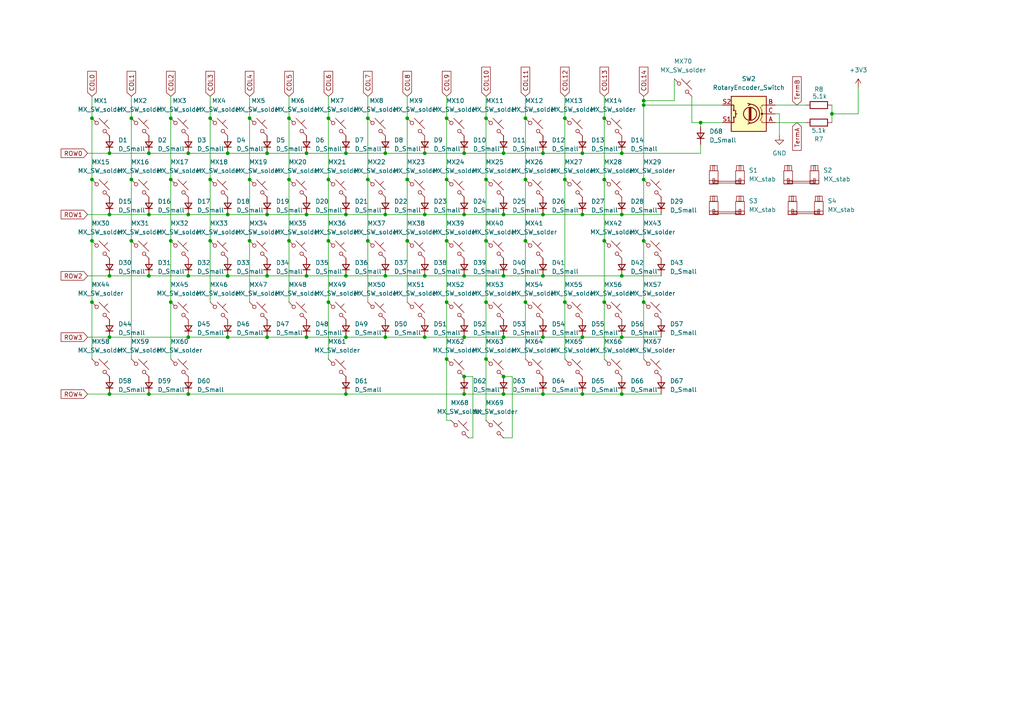
<source format=kicad_sch>
(kicad_sch (version 20231120) (generator "eeschema") (generator_version "8.0")
  (paper "A4")
  (junction (at 106.68 69.85))
  (junction (at 31.75 97.79))
  (junction (at 100.33 114.3))
  (junction (at 180.34 80.01))
  (junction (at 129.54 87.63))
  (junction (at 129.54 34.29))
  (junction (at 140.97 52.07))
  (junction (at 38.1 52.07))
  (junction (at 203.2 35.56))
  (junction (at 100.33 62.23))
  (junction (at 146.05 97.79))
  (junction (at 163.83 52.07))
  (junction (at 241.3 33.02))
  (junction (at 111.76 80.01))
  (junction (at 77.47 44.45))
  (junction (at 31.75 62.23))
  (junction (at 77.47 80.01))
  (junction (at 134.62 114.3))
  (junction (at 134.62 62.23))
  (junction (at 43.18 62.23))
  (junction (at 72.39 69.85))
  (junction (at 31.75 114.3))
  (junction (at 49.53 34.29))
  (junction (at 100.33 97.79))
  (junction (at 43.18 114.3))
  (junction (at 186.69 87.63))
  (junction (at 60.96 69.85))
  (junction (at 49.53 52.07))
  (junction (at 26.67 87.63))
  (junction (at 54.61 114.3))
  (junction (at 134.62 44.45))
  (junction (at 186.69 52.07))
  (junction (at 66.04 62.23))
  (junction (at 186.69 69.85))
  (junction (at 180.34 97.79))
  (junction (at 168.91 97.79))
  (junction (at 26.67 69.85))
  (junction (at 38.1 34.29))
  (junction (at 54.61 97.79))
  (junction (at 175.26 34.29))
  (junction (at 95.25 69.85))
  (junction (at 168.91 114.3))
  (junction (at 66.04 80.01))
  (junction (at 83.82 34.29))
  (junction (at 123.19 62.23))
  (junction (at 134.62 80.01))
  (junction (at 152.4 69.85))
  (junction (at 72.39 52.07))
  (junction (at 38.1 69.85))
  (junction (at 95.25 52.07))
  (junction (at 163.83 34.29))
  (junction (at 49.53 69.85))
  (junction (at 88.9 44.45))
  (junction (at 88.9 62.23))
  (junction (at 180.34 62.23))
  (junction (at 95.25 87.63))
  (junction (at 146.05 62.23))
  (junction (at 186.69 29.21))
  (junction (at 60.96 52.07))
  (junction (at 140.97 69.85))
  (junction (at 31.75 80.01))
  (junction (at 157.48 114.3))
  (junction (at 168.91 44.45))
  (junction (at 140.97 34.29))
  (junction (at 168.91 62.23))
  (junction (at 163.83 87.63))
  (junction (at 118.11 34.29))
  (junction (at 100.33 44.45))
  (junction (at 175.26 87.63))
  (junction (at 54.61 44.45))
  (junction (at 43.18 80.01))
  (junction (at 152.4 87.63))
  (junction (at 175.26 52.07))
  (junction (at 66.04 44.45))
  (junction (at 77.47 97.79))
  (junction (at 129.54 69.85))
  (junction (at 157.48 80.01))
  (junction (at 123.19 97.79))
  (junction (at 146.05 80.01))
  (junction (at 186.69 30.48))
  (junction (at 111.76 44.45))
  (junction (at 118.11 52.07))
  (junction (at 146.05 44.45))
  (junction (at 175.26 69.85))
  (junction (at 123.19 44.45))
  (junction (at 123.19 80.01))
  (junction (at 140.97 87.63))
  (junction (at 152.4 34.29))
  (junction (at 60.96 34.29))
  (junction (at 54.61 80.01))
  (junction (at 134.62 109.22))
  (junction (at 157.48 44.45))
  (junction (at 43.18 44.45))
  (junction (at 66.04 97.79))
  (junction (at 106.68 34.29))
  (junction (at 54.61 62.23))
  (junction (at 88.9 80.01))
  (junction (at 146.05 109.22))
  (junction (at 72.39 34.29))
  (junction (at 180.34 44.45))
  (junction (at 129.54 52.07))
  (junction (at 152.4 52.07))
  (junction (at 95.25 34.29))
  (junction (at 134.62 97.79))
  (junction (at 83.82 52.07))
  (junction (at 88.9 97.79))
  (junction (at 111.76 97.79))
  (junction (at 118.11 69.85))
  (junction (at 100.33 80.01))
  (junction (at 157.48 97.79))
  (junction (at 83.82 69.85))
  (junction (at 129.54 104.14))
  (junction (at 77.47 62.23))
  (junction (at 140.97 104.14))
  (junction (at 49.53 87.63))
  (junction (at 157.48 62.23))
  (junction (at 111.76 62.23))
  (junction (at 146.05 114.3))
  (junction (at 26.67 52.07))
  (junction (at 180.34 114.3))
  (junction (at 26.67 34.29))
  (junction (at 31.75 44.45))
  (junction (at 106.68 52.07))
  (wire (pts (xy 111.76 80.01) (xy 123.19 80.01)))
  (wire (pts (xy 157.48 80.01) (xy 180.34 80.01)))
  (wire (pts (xy 186.69 69.85) (xy 186.69 87.63)))
  (wire (pts (xy 26.67 69.85) (xy 26.67 87.63)))
  (wire (pts (xy 157.48 114.3) (xy 168.91 114.3)))
  (wire (pts (xy 163.83 87.63) (xy 163.83 104.14)))
  (wire (pts (xy 26.67 34.29) (xy 26.67 52.07)))
  (wire (pts (xy 118.11 34.29) (xy 118.11 52.07)))
  (wire (pts (xy 31.75 97.79) (xy 54.61 97.79)))
  (wire (pts (xy 123.19 80.01) (xy 134.62 80.01)))
  (wire (pts (xy 134.62 114.3) (xy 146.05 114.3)))
  (wire (pts (xy 38.1 34.29) (xy 38.1 52.07)))
  (wire (pts (xy 25.4 97.79) (xy 31.75 97.79)))
  (wire (pts (xy 157.48 62.23) (xy 168.91 62.23)))
  (wire (pts (xy 130.81 121.92) (xy 129.54 121.92)))
  (wire (pts (xy 186.69 52.07) (xy 186.69 69.85)))
  (wire (pts (xy 186.69 87.63) (xy 186.69 104.14)))
  (wire (pts (xy 134.62 44.45) (xy 146.05 44.45)))
  (wire (pts (xy 83.82 52.07) (xy 83.82 69.85)))
  (wire (pts (xy 95.25 34.29) (xy 95.25 52.07)))
  (wire (pts (xy 203.2 41.91) (xy 203.2 44.45)))
  (wire (pts (xy 209.55 30.48) (xy 186.69 30.48)))
  (wire (pts (xy 25.4 62.23) (xy 31.75 62.23)))
  (wire (pts (xy 100.33 44.45) (xy 111.76 44.45)))
  (wire (pts (xy 111.76 97.79) (xy 123.19 97.79)))
  (wire (pts (xy 180.34 62.23) (xy 191.77 62.23)))
  (wire (pts (xy 175.26 34.29) (xy 175.26 52.07)))
  (wire (pts (xy 140.97 104.14) (xy 140.97 121.92)))
  (wire (pts (xy 60.96 69.85) (xy 60.96 87.63)))
  (wire (pts (xy 203.2 35.56) (xy 203.2 36.83)))
  (wire (pts (xy 66.04 97.79) (xy 77.47 97.79)))
  (wire (pts (xy 134.62 62.23) (xy 146.05 62.23)))
  (wire (pts (xy 140.97 52.07) (xy 140.97 69.85)))
  (wire (pts (xy 54.61 114.3) (xy 100.33 114.3)))
  (wire (pts (xy 248.92 25.4) (xy 248.92 33.02)))
  (wire (pts (xy 180.34 80.01) (xy 191.77 80.01)))
  (wire (pts (xy 66.04 62.23) (xy 77.47 62.23)))
  (wire (pts (xy 180.34 114.3) (xy 191.77 114.3)))
  (wire (pts (xy 157.48 44.45) (xy 168.91 44.45)))
  (wire (pts (xy 49.53 34.29) (xy 49.53 52.07)))
  (wire (pts (xy 180.34 97.79) (xy 191.77 97.79)))
  (wire (pts (xy 200.66 35.56) (xy 203.2 35.56)))
  (wire (pts (xy 72.39 69.85) (xy 72.39 87.63)))
  (wire (pts (xy 38.1 27.94) (xy 38.1 34.29)))
  (wire (pts (xy 106.68 69.85) (xy 106.68 87.63)))
  (wire (pts (xy 54.61 62.23) (xy 66.04 62.23)))
  (wire (pts (xy 31.75 80.01) (xy 43.18 80.01)))
  (wire (pts (xy 83.82 27.94) (xy 83.82 34.29)))
  (wire (pts (xy 49.53 52.07) (xy 49.53 69.85)))
  (wire (pts (xy 83.82 69.85) (xy 83.82 87.63)))
  (wire (pts (xy 140.97 69.85) (xy 140.97 87.63)))
  (wire (pts (xy 152.4 34.29) (xy 152.4 52.07)))
  (wire (pts (xy 66.04 80.01) (xy 77.47 80.01)))
  (wire (pts (xy 60.96 27.94) (xy 60.96 34.29)))
  (wire (pts (xy 72.39 52.07) (xy 72.39 69.85)))
  (wire (pts (xy 106.68 34.29) (xy 106.68 52.07)))
  (wire (pts (xy 106.68 52.07) (xy 106.68 69.85)))
  (wire (pts (xy 152.4 69.85) (xy 152.4 87.63)))
  (wire (pts (xy 38.1 52.07) (xy 38.1 69.85)))
  (wire (pts (xy 241.3 35.56) (xy 241.3 33.02)))
  (wire (pts (xy 54.61 97.79) (xy 66.04 97.79)))
  (wire (pts (xy 140.97 27.94) (xy 140.97 34.29)))
  (wire (pts (xy 186.69 29.21) (xy 186.69 30.48)))
  (wire (pts (xy 123.19 97.79) (xy 134.62 97.79)))
  (wire (pts (xy 140.97 34.29) (xy 140.97 52.07)))
  (wire (pts (xy 137.16 109.22) (xy 137.16 127)))
  (wire (pts (xy 195.58 29.21) (xy 195.58 22.86)))
  (wire (pts (xy 31.75 44.45) (xy 43.18 44.45)))
  (wire (pts (xy 25.4 114.3) (xy 31.75 114.3)))
  (wire (pts (xy 140.97 87.63) (xy 140.97 104.14)))
  (wire (pts (xy 25.4 80.01) (xy 31.75 80.01)))
  (wire (pts (xy 31.75 114.3) (xy 43.18 114.3)))
  (wire (pts (xy 129.54 52.07) (xy 129.54 69.85)))
  (wire (pts (xy 95.25 69.85) (xy 95.25 87.63)))
  (wire (pts (xy 31.75 62.23) (xy 43.18 62.23)))
  (wire (pts (xy 134.62 109.22) (xy 137.16 109.22)))
  (wire (pts (xy 203.2 44.45) (xy 180.34 44.45)))
  (wire (pts (xy 43.18 80.01) (xy 54.61 80.01)))
  (wire (pts (xy 146.05 97.79) (xy 157.48 97.79)))
  (wire (pts (xy 152.4 87.63) (xy 152.4 104.14)))
  (wire (pts (xy 168.91 44.45) (xy 180.34 44.45)))
  (wire (pts (xy 129.54 69.85) (xy 129.54 87.63)))
  (wire (pts (xy 88.9 44.45) (xy 100.33 44.45)))
  (wire (pts (xy 168.91 114.3) (xy 180.34 114.3)))
  (wire (pts (xy 66.04 44.45) (xy 77.47 44.45)))
  (wire (pts (xy 146.05 114.3) (xy 157.48 114.3)))
  (wire (pts (xy 163.83 34.29) (xy 163.83 52.07)))
  (wire (pts (xy 163.83 27.94) (xy 163.83 34.29)))
  (wire (pts (xy 95.25 52.07) (xy 95.25 69.85)))
  (wire (pts (xy 49.53 87.63) (xy 49.53 104.14)))
  (wire (pts (xy 54.61 80.01) (xy 66.04 80.01)))
  (wire (pts (xy 129.54 87.63) (xy 129.54 104.14)))
  (wire (pts (xy 129.54 27.94) (xy 129.54 34.29)))
  (wire (pts (xy 118.11 69.85) (xy 118.11 87.63)))
  (wire (pts (xy 134.62 97.79) (xy 146.05 97.79)))
  (wire (pts (xy 152.4 52.07) (xy 152.4 69.85)))
  (wire (pts (xy 26.67 52.07) (xy 26.67 69.85)))
  (wire (pts (xy 72.39 34.29) (xy 72.39 52.07)))
  (wire (pts (xy 88.9 97.79) (xy 100.33 97.79)))
  (wire (pts (xy 146.05 80.01) (xy 157.48 80.01)))
  (wire (pts (xy 100.33 97.79) (xy 111.76 97.79)))
  (wire (pts (xy 88.9 80.01) (xy 100.33 80.01)))
  (wire (pts (xy 123.19 62.23) (xy 134.62 62.23)))
  (wire (pts (xy 26.67 27.94) (xy 26.67 34.29)))
  (wire (pts (xy 148.59 109.22) (xy 148.59 127)))
  (wire (pts (xy 224.79 35.56) (xy 233.68 35.56)))
  (wire (pts (xy 226.06 33.02) (xy 224.79 33.02)))
  (wire (pts (xy 38.1 69.85) (xy 38.1 104.14)))
  (wire (pts (xy 175.26 69.85) (xy 175.26 87.63)))
  (wire (pts (xy 26.67 87.63) (xy 26.67 104.14)))
  (wire (pts (xy 118.11 52.07) (xy 118.11 69.85)))
  (wire (pts (xy 111.76 62.23) (xy 123.19 62.23)))
  (wire (pts (xy 226.06 39.37) (xy 226.06 33.02)))
  (wire (pts (xy 186.69 30.48) (xy 186.69 52.07)))
  (wire (pts (xy 224.79 30.48) (xy 233.68 30.48)))
  (wire (pts (xy 88.9 62.23) (xy 100.33 62.23)))
  (wire (pts (xy 25.4 44.45) (xy 31.75 44.45)))
  (wire (pts (xy 77.47 80.01) (xy 88.9 80.01)))
  (wire (pts (xy 43.18 62.23) (xy 54.61 62.23)))
  (wire (pts (xy 168.91 62.23) (xy 180.34 62.23)))
  (wire (pts (xy 54.61 44.45) (xy 66.04 44.45)))
  (wire (pts (xy 83.82 34.29) (xy 83.82 52.07)))
  (wire (pts (xy 148.59 127) (xy 146.05 127)))
  (wire (pts (xy 163.83 52.07) (xy 163.83 87.63)))
  (wire (pts (xy 100.33 80.01) (xy 111.76 80.01)))
  (wire (pts (xy 175.26 27.94) (xy 175.26 34.29)))
  (wire (pts (xy 146.05 109.22) (xy 148.59 109.22)))
  (wire (pts (xy 106.68 27.94) (xy 106.68 34.29)))
  (wire (pts (xy 152.4 27.94) (xy 152.4 34.29)))
  (wire (pts (xy 137.16 127) (xy 135.89 127)))
  (wire (pts (xy 43.18 114.3) (xy 54.61 114.3)))
  (wire (pts (xy 175.26 87.63) (xy 175.26 104.14)))
  (wire (pts (xy 43.18 44.45) (xy 54.61 44.45)))
  (wire (pts (xy 95.25 87.63) (xy 95.25 104.14)))
  (wire (pts (xy 95.25 27.94) (xy 95.25 34.29)))
  (wire (pts (xy 123.19 44.45) (xy 134.62 44.45)))
  (wire (pts (xy 129.54 34.29) (xy 129.54 52.07)))
  (wire (pts (xy 60.96 52.07) (xy 60.96 69.85)))
  (wire (pts (xy 175.26 52.07) (xy 175.26 69.85)))
  (wire (pts (xy 118.11 27.94) (xy 118.11 34.29)))
  (wire (pts (xy 209.55 35.56) (xy 203.2 35.56)))
  (wire (pts (xy 100.33 114.3) (xy 134.62 114.3)))
  (wire (pts (xy 49.53 69.85) (xy 49.53 87.63)))
  (wire (pts (xy 100.33 62.23) (xy 111.76 62.23)))
  (wire (pts (xy 72.39 27.94) (xy 72.39 34.29)))
  (wire (pts (xy 241.3 33.02) (xy 241.3 30.48)))
  (wire (pts (xy 168.91 97.79) (xy 180.34 97.79)))
  (wire (pts (xy 134.62 80.01) (xy 146.05 80.01)))
  (wire (pts (xy 200.66 27.94) (xy 200.66 35.56)))
  (wire (pts (xy 146.05 44.45) (xy 157.48 44.45)))
  (wire (pts (xy 157.48 97.79) (xy 168.91 97.79)))
  (wire (pts (xy 186.69 29.21) (xy 195.58 29.21)))
  (wire (pts (xy 186.69 27.94) (xy 186.69 29.21)))
  (wire (pts (xy 248.92 33.02) (xy 241.3 33.02)))
  (wire (pts (xy 60.96 34.29) (xy 60.96 52.07)))
  (wire (pts (xy 77.47 97.79) (xy 88.9 97.79)))
  (wire (pts (xy 49.53 27.94) (xy 49.53 34.29)))
  (wire (pts (xy 77.47 44.45) (xy 88.9 44.45)))
  (wire (pts (xy 77.47 62.23) (xy 88.9 62.23)))
  (wire (pts (xy 146.05 62.23) (xy 157.48 62.23)))
  (wire (pts (xy 129.54 121.92) (xy 129.54 104.14)))
  (wire (pts (xy 111.76 44.45) (xy 123.19 44.45)))
  (global_label "COL3" (shape input) (at 60.96 27.94 90) (property "Intersheetrefs" "${INTERSHEET_REFS}" (effects (hide yes))))
  (global_label "COL1" (shape input) (at 38.1 27.94 90) (property "Intersheetrefs" "${INTERSHEET_REFS}" (effects (hide yes))))
  (global_label "COL7" (shape input) (at 106.68 27.94 90) (property "Intersheetrefs" "${INTERSHEET_REFS}" (effects (hide yes))))
  (global_label "COL10" (shape input) (at 140.97 27.94 90) (property "Intersheetrefs" "${INTERSHEET_REFS}" (effects (hide yes))))
  (global_label "ROW0" (shape input) (at 25.4 44.45 180) (property "Intersheetrefs" "${INTERSHEET_REFS}" (effects (hide yes))))
  (global_label "COL0" (shape input) (at 26.67 27.94 90) (property "Intersheetrefs" "${INTERSHEET_REFS}" (effects (hide yes))))
  (global_label "COL4" (shape input) (at 72.39 27.94 90) (property "Intersheetrefs" "${INTERSHEET_REFS}" (effects (hide yes))))
  (global_label "COL12" (shape input) (at 163.83 27.94 90) (property "Intersheetrefs" "${INTERSHEET_REFS}" (effects (hide yes))))
  (global_label "COL6" (shape input) (at 95.25 27.94 90) (property "Intersheetrefs" "${INTERSHEET_REFS}" (effects (hide yes))))
  (global_label "COL2" (shape input) (at 49.53 27.94 90) (property "Intersheetrefs" "${INTERSHEET_REFS}" (effects (hide yes))))
  (global_label "ROW2" (shape input) (at 25.4 80.01 180) (property "Intersheetrefs" "${INTERSHEET_REFS}" (effects (hide yes))))
  (global_label "TermB" (shape input) (at 231.14 30.48 90) (property "Intersheetrefs" "${INTERSHEET_REFS}" (effects (hide yes))))
  (global_label "COL9" (shape input) (at 129.54 27.94 90) (property "Intersheetrefs" "${INTERSHEET_REFS}" (effects (hide yes))))
  (global_label "COL11" (shape input) (at 152.4 27.94 90) (property "Intersheetrefs" "${INTERSHEET_REFS}" (effects (hide yes))))
  (global_label "ROW4" (shape input) (at 25.4 114.3 180) (property "Intersheetrefs" "${INTERSHEET_REFS}" (effects (hide yes))))
  (global_label "ROW1" (shape input) (at 25.4 62.23 180) (property "Intersheetrefs" "${INTERSHEET_REFS}" (effects (hide yes))))
  (global_label "ROW3" (shape input) (at 25.4 97.79 180) (property "Intersheetrefs" "${INTERSHEET_REFS}" (effects (hide yes))))
  (global_label "TermA" (shape input) (at 231.14 35.56 270) (property "Intersheetrefs" "${INTERSHEET_REFS}" (effects (hide yes))))
  (global_label "COL8" (shape input) (at 118.11 27.94 90) (property "Intersheetrefs" "${INTERSHEET_REFS}" (effects (hide yes))))
  (global_label "COL5" (shape input) (at 83.82 27.94 90) (property "Intersheetrefs" "${INTERSHEET_REFS}" (effects (hide yes))))
  (global_label "COL14" (shape input) (at 186.69 27.94 90) (property "Intersheetrefs" "${INTERSHEET_REFS}" (effects (hide yes))))
  (global_label "COL13" (shape input) (at 175.26 27.94 90) (property "Intersheetrefs" "${INTERSHEET_REFS}" (effects (hide yes))))
  (symbol (lib_id "Device:D_Small") (at 54.61 77.47 90) (unit 1)
    (property "Reference" "D32" (at 57.15 76.1999 90) (effects (justify right)))
    (property "Value" "D_Small" (at 57.15 78.7399 90) (effects (justify right)))
    (property "Footprint" "Diode_SMD:D_SOD-123" (effects (hide yes)))
    (property "Description" "Diode, small symbol" (effects (hide yes)))
    (property "Sim.Device" "D" (effects (hide yes)))
    (property "Sim.Pins" "1=K 2=A" (effects (hide yes)))
  )
  (symbol (lib_id "PCM_marbastlib-mx:MX_SW_solder") (at 189.23 54.61 0) (unit 1)
    (property "Reference" "MX29" (at 189.23 46.99 0))
    (property "Value" "MX_SW_solder" (at 189.23 49.53 0))
    (property "Footprint" "PCM_marbastlib-mx:SW_MX_1u" (effects (hide yes)))
    (property "Description" "Push button switch, normally open, two pins, 45° tilted" (effects (hide yes)))
  )
  (symbol (lib_id "Device:D_Small") (at 111.76 95.25 90) (unit 1)
    (property "Reference" "D50" (at 114.3 93.9799 90) (effects (justify right)))
    (property "Value" "D_Small" (at 114.3 96.5199 90) (effects (justify right)))
    (property "Footprint" "Diode_SMD:D_SOD-123" (effects (hide yes)))
    (property "Description" "Diode, small symbol" (effects (hide yes)))
    (property "Sim.Device" "D" (effects (hide yes)))
    (property "Sim.Pins" "1=K 2=A" (effects (hide yes)))
  )
  (symbol (lib_id "Device:D_Small") (at 134.62 95.25 90) (unit 1)
    (property "Reference" "D52" (at 137.16 93.9799 90) (effects (justify right)))
    (property "Value" "D_Small" (at 137.16 96.5199 90) (effects (justify right)))
    (property "Footprint" "Diode_SMD:D_SOD-123" (effects (hide yes)))
    (property "Description" "Diode, small symbol" (effects (hide yes)))
    (property "Sim.Device" "D" (effects (hide yes)))
    (property "Sim.Pins" "1=K 2=A" (effects (hide yes)))
  )
  (symbol (lib_id "Device:D_Small") (at 31.75 59.69 90) (unit 1)
    (property "Reference" "D15" (at 34.29 58.4199 90) (effects (justify right)))
    (property "Value" "D_Small" (at 34.29 60.9599 90) (effects (justify right)))
    (property "Footprint" "Diode_SMD:D_SOD-123" (effects (hide yes)))
    (property "Description" "Diode, small symbol" (effects (hide yes)))
    (property "Sim.Device" "D" (effects (hide yes)))
    (property "Sim.Pins" "1=K 2=A" (effects (hide yes)))
  )
  (symbol (lib_id "PCM_marbastlib-mx:MX_SW_solder") (at 132.08 54.61 0) (unit 1)
    (property "Reference" "MX24" (at 132.08 46.99 0))
    (property "Value" "MX_SW_solder" (at 132.08 49.53 0))
    (property "Footprint" "PCM_marbastlib-mx:SW_MX_1u" (effects (hide yes)))
    (property "Description" "Push button switch, normally open, two pins, 45° tilted" (effects (hide yes)))
  )
  (symbol (lib_id "PCM_marbastlib-mx:MX_SW_solder") (at 74.93 54.61 0) (unit 1)
    (property "Reference" "MX19" (at 74.93 46.99 0))
    (property "Value" "MX_SW_solder" (at 74.93 49.53 0))
    (property "Footprint" "PCM_marbastlib-mx:SW_MX_1u" (effects (hide yes)))
    (property "Description" "Push button switch, normally open, two pins, 45° tilted" (effects (hide yes)))
  )
  (symbol (lib_id "PCM_marbastlib-mx:MX_SW_solder") (at 143.51 106.68 0) (unit 1)
    (property "Reference" "MX63" (at 143.51 99.06 0))
    (property "Value" "MX_SW_solder" (at 143.51 101.6 0))
    (property "Footprint" "PCM_marbastlib-mx:SW_MX_1u" (effects (hide yes)))
    (property "Description" "Push button switch, normally open, two pins, 45° tilted" (effects (hide yes)))
  )
  (symbol (lib_id "PCM_marbastlib-mx:MX_SW_solder") (at 63.5 36.83 0) (unit 1)
    (property "Reference" "MX4" (at 63.5 29.21 0))
    (property "Value" "MX_SW_solder" (at 63.5 31.75 0))
    (property "Footprint" "PCM_marbastlib-mx:SW_MX_1u" (effects (hide yes)))
    (property "Description" "Push button switch, normally open, two pins, 45° tilted" (effects (hide yes)))
  )
  (symbol (lib_id "PCM_marbastlib-mx:MX_SW_solder") (at 97.79 106.68 0) (unit 1)
    (property "Reference" "MX61" (at 97.79 99.06 0))
    (property "Value" "MX_SW_solder" (at 97.79 101.6 0))
    (property "Footprint" "PCM_marbastlib-mx:SW_MX_1u" (effects (hide yes)))
    (property "Description" "Push button switch, normally open, two pins, 45° tilted" (effects (hide yes)))
  )
  (symbol (lib_id "Device:D_Small") (at 100.33 95.25 90) (unit 1)
    (property "Reference" "D49" (at 102.87 93.9799 90) (effects (justify right)))
    (property "Value" "D_Small" (at 102.87 96.5199 90) (effects (justify right)))
    (property "Footprint" "Diode_SMD:D_SOD-123" (effects (hide yes)))
    (property "Description" "Diode, small symbol" (effects (hide yes)))
    (property "Sim.Device" "D" (effects (hide yes)))
    (property "Sim.Pins" "1=K 2=A" (effects (hide yes)))
  )
  (symbol (lib_id "PCM_marbastlib-mx:MX_SW_solder") (at 143.51 54.61 0) (unit 1)
    (property "Reference" "MX25" (at 143.51 46.99 0))
    (property "Value" "MX_SW_solder" (at 143.51 49.53 0))
    (property "Footprint" "PCM_marbastlib-mx:SW_MX_1u" (effects (hide yes)))
    (property "Description" "Push button switch, normally open, two pins, 45° tilted" (effects (hide yes)))
  )
  (symbol (lib_id "PCM_marbastlib-mx:MX_SW_solder") (at 143.51 36.83 0) (unit 1)
    (property "Reference" "MX11" (at 143.51 29.21 0))
    (property "Value" "MX_SW_solder" (at 143.51 31.75 0))
    (property "Footprint" "PCM_marbastlib-mx:SW_MX_1u" (effects (hide yes)))
    (property "Description" "Push button switch, normally open, two pins, 45° tilted" (effects (hide yes)))
  )
  (symbol (lib_id "PCM_marbastlib-mx:MX_SW_solder") (at 132.08 72.39 0) (unit 1)
    (property "Reference" "MX39" (at 132.08 64.77 0))
    (property "Value" "MX_SW_solder" (at 132.08 67.31 0))
    (property "Footprint" "PCM_marbastlib-mx:SW_MX_1u" (effects (hide yes)))
    (property "Description" "Push button switch, normally open, two pins, 45° tilted" (effects (hide yes)))
  )
  (symbol (lib_id "Device:D_Small") (at 123.19 95.25 90) (unit 1)
    (property "Reference" "D51" (at 125.73 93.9799 90) (effects (justify right)))
    (property "Value" "D_Small" (at 125.73 96.5199 90) (effects (justify right)))
    (property "Footprint" "Diode_SMD:D_SOD-123" (effects (hide yes)))
    (property "Description" "Diode, small symbol" (effects (hide yes)))
    (property "Sim.Device" "D" (effects (hide yes)))
    (property "Sim.Pins" "1=K 2=A" (effects (hide yes)))
  )
  (symbol (lib_id "PCM_marbastlib-mx:MX_SW_solder") (at 132.08 36.83 0) (unit 1)
    (property "Reference" "MX10" (at 132.08 29.21 0))
    (property "Value" "MX_SW_solder" (at 132.08 31.75 0))
    (property "Footprint" "PCM_marbastlib-mx:SW_MX_1u" (effects (hide yes)))
    (property "Description" "Push button switch, normally open, two pins, 45° tilted" (effects (hide yes)))
  )
  (symbol (lib_id "Device:D_Small") (at 88.9 77.47 90) (unit 1)
    (property "Reference" "D35" (at 91.44 76.1999 90) (effects (justify right)))
    (property "Value" "D_Small" (at 91.44 78.7399 90) (effects (justify right)))
    (property "Footprint" "Diode_SMD:D_SOD-123" (effects (hide yes)))
    (property "Description" "Diode, small symbol" (effects (hide yes)))
    (property "Sim.Device" "D" (effects (hide yes)))
    (property "Sim.Pins" "1=K 2=A" (effects (hide yes)))
  )
  (symbol (lib_id "PCM_marbastlib-mx:MX_SW_solder") (at 109.22 54.61 0) (unit 1)
    (property "Reference" "MX22" (at 109.22 46.99 0))
    (property "Value" "MX_SW_solder" (at 109.22 49.53 0))
    (property "Footprint" "PCM_marbastlib-mx:SW_MX_1u" (effects (hide yes)))
    (property "Description" "Push button switch, normally open, two pins, 45° tilted" (effects (hide yes)))
  )
  (symbol (lib_id "Device:D_Small") (at 146.05 41.91 90) (unit 1)
    (property "Reference" "D11" (at 148.59 40.6399 90) (effects (justify right)))
    (property "Value" "D_Small" (at 148.59 43.1799 90) (effects (justify right)))
    (property "Footprint" "Diode_SMD:D_SOD-123" (effects (hide yes)))
    (property "Description" "Diode, small symbol" (effects (hide yes)))
    (property "Sim.Device" "D" (effects (hide yes)))
    (property "Sim.Pins" "1=K 2=A" (effects (hide yes)))
  )
  (symbol (lib_id "PCM_marbastlib-mx:MX_SW_solder") (at 177.8 106.68 0) (unit 1)
    (property "Reference" "MX66" (at 177.8 99.06 0))
    (property "Value" "MX_SW_solder" (at 177.8 101.6 0))
    (property "Footprint" "PCM_marbastlib-mx:SW_MX_1u" (effects (hide yes)))
    (property "Description" "Push button switch, normally open, two pins, 45° tilted" (effects (hide yes)))
  )
  (symbol (lib_id "PCM_marbastlib-mx:MX_SW_solder") (at 74.93 36.83 0) (unit 1)
    (property "Reference" "MX5" (at 74.93 29.21 0))
    (property "Value" "MX_SW_solder" (at 74.93 31.75 0))
    (property "Footprint" "PCM_marbastlib-mx:SW_MX_1u" (effects (hide yes)))
    (property "Description" "Push button switch, normally open, two pins, 45° tilted" (effects (hide yes)))
  )
  (symbol (lib_id "Device:D_Small") (at 134.62 59.69 90) (unit 1)
    (property "Reference" "D24" (at 137.16 58.4199 90) (effects (justify right)))
    (property "Value" "D_Small" (at 137.16 60.9599 90) (effects (justify right)))
    (property "Footprint" "Diode_SMD:D_SOD-123" (effects (hide yes)))
    (property "Description" "Diode, small symbol" (effects (hide yes)))
    (property "Sim.Device" "D" (effects (hide yes)))
    (property "Sim.Pins" "1=K 2=A" (effects (hide yes)))
  )
  (symbol (lib_id "PCM_marbastlib-mx:MX_SW_solder") (at 29.21 72.39 0) (unit 1)
    (property "Reference" "MX30" (at 29.21 64.77 0))
    (property "Value" "MX_SW_solder" (at 29.21 67.31 0))
    (property "Footprint" "PCM_marbastlib-mx:SW_MX_1.75u" (effects (hide yes)))
    (property "Description" "Push button switch, normally open, two pins, 45° tilted" (effects (hide yes)))
  )
  (symbol (lib_id "Device:D_Small") (at 66.04 59.69 90) (unit 1)
    (property "Reference" "D18" (at 68.58 58.4199 90) (effects (justify right)))
    (property "Value" "D_Small" (at 68.58 60.9599 90) (effects (justify right)))
    (property "Footprint" "Diode_SMD:D_SOD-123" (effects (hide yes)))
    (property "Description" "Diode, small symbol" (effects (hide yes)))
    (property "Sim.Device" "D" (effects (hide yes)))
    (property "Sim.Pins" "1=K 2=A" (effects (hide yes)))
  )
  (symbol (lib_id "PCM_marbastlib-mx:MX_SW_solder") (at 52.07 72.39 0) (unit 1)
    (property "Reference" "MX32" (at 52.07 64.77 0))
    (property "Value" "MX_SW_solder" (at 52.07 67.31 0))
    (property "Footprint" "PCM_marbastlib-mx:SW_MX_1u" (effects (hide yes)))
    (property "Description" "Push button switch, normally open, two pins, 45° tilted" (effects (hide yes)))
  )
  (symbol (lib_id "PCM_marbastlib-mx:MX_SW_solder") (at 132.08 106.68 0) (unit 1)
    (property "Reference" "MX62" (at 132.08 99.06 0))
    (property "Value" "MX_SW_solder" (at 132.08 101.6 0))
    (property "Footprint" "PCM_marbastlib-mx:SW_MX_1u" (effects (hide yes)))
    (property "Description" "Push button switch, normally open, two pins, 45° tilted" (effects (hide yes)))
  )
  (symbol (lib_id "PCM_marbastlib-mx:MX_SW_solder") (at 154.94 90.17 0) (unit 1)
    (property "Reference" "MX54" (at 154.94 82.55 0))
    (property "Value" "MX_SW_solder" (at 154.94 85.09 0))
    (property "Footprint" "PCM_marbastlib-mx:SW_MX_1u" (effects (hide yes)))
    (property "Description" "Push button switch, normally open, two pins, 45° tilted" (effects (hide yes)))
  )
  (symbol (lib_id "PCM_marbastlib-mx:MX_SW_solder") (at 132.08 90.17 0) (unit 1)
    (property "Reference" "MX52" (at 132.08 82.55 0))
    (property "Value" "MX_SW_solder" (at 132.08 85.09 0))
    (property "Footprint" "PCM_marbastlib-mx:SW_MX_1u" (effects (hide yes)))
    (property "Description" "Push button switch, normally open, two pins, 45° tilted" (effects (hide yes)))
  )
  (symbol (lib_id "Device:D_Small") (at 168.91 111.76 90) (unit 1)
    (property "Reference" "D65" (at 171.45 110.4899 90) (effects (justify right)))
    (property "Value" "D_Small" (at 171.45 113.0299 90) (effects (justify right)))
    (property "Footprint" "Diode_SMD:D_SOD-123" (effects (hide yes)))
    (property "Description" "Diode, small symbol" (effects (hide yes)))
    (property "Sim.Device" "D" (effects (hide yes)))
    (property "Sim.Pins" "1=K 2=A" (effects (hide yes)))
  )
  (symbol (lib_id "PCM_marbastlib-mx:MX_SW_solder") (at 177.8 54.61 0) (unit 1)
    (property "Reference" "MX28" (at 177.8 46.99 0))
    (property "Value" "MX_SW_solder" (at 177.8 49.53 0))
    (property "Footprint" "PCM_marbastlib-mx:SW_MX_1.5u" (effects (hide yes)))
    (property "Description" "Push button switch, normally open, two pins, 45° tilted" (effects (hide yes)))
  )
  (symbol (lib_id "PCM_marbastlib-mx:MX_SW_solder") (at 97.79 54.61 0) (unit 1)
    (property "Reference" "MX21" (at 97.79 46.99 0))
    (property "Value" "MX_SW_solder" (at 97.79 49.53 0))
    (property "Footprint" "PCM_marbastlib-mx:SW_MX_1u" (effects (hide yes)))
    (property "Description" "Push button switch, normally open, two pins, 45° tilted" (effects (hide yes)))
  )
  (symbol (lib_id "Device:D_Small") (at 43.18 41.91 90) (unit 1)
    (property "Reference" "D2" (at 45.72 40.6399 90) (effects (justify right)))
    (property "Value" "D_Small" (at 45.72 43.1799 90) (effects (justify right)))
    (property "Footprint" "Diode_SMD:D_SOD-123" (effects (hide yes)))
    (property "Description" "Diode, small symbol" (effects (hide yes)))
    (property "Sim.Device" "D" (effects (hide yes)))
    (property "Sim.Pins" "1=K 2=A" (effects (hide yes)))
  )
  (symbol (lib_id "PCM_marbastlib-mx:MX_SW_solder") (at 74.93 72.39 0) (unit 1)
    (property "Reference" "MX34" (at 74.93 64.77 0))
    (property "Value" "MX_SW_solder" (at 74.93 67.31 0))
    (property "Footprint" "PCM_marbastlib-mx:SW_MX_1u" (effects (hide yes)))
    (property "Description" "Push button switch, normally open, two pins, 45° tilted" (effects (hide yes)))
  )
  (symbol (lib_id "Device:R") (at 237.49 30.48 270) (unit 1)
    (property "Reference" "R8" (at 237.49 25.908 90))
    (property "Value" "5.1k" (at 237.744 27.94 90))
    (property "Footprint" "Resistor_SMD:R_0603_1608Metric_Pad0.98x0.95mm_HandSolder" (effects (hide yes)))
    (property "Description" "Resistor" (effects (hide yes)))
  )
  (symbol (lib_id "PCM_marbastlib-mx:MX_SW_solder") (at 63.5 90.17 0) (unit 1)
    (property "Reference" "MX46" (at 63.5 82.55 0))
    (property "Value" "MX_SW_solder" (at 63.5 85.09 0))
    (property "Footprint" "PCM_marbastlib-mx:SW_MX_1u" (effects (hide yes)))
    (property "Description" "Push button switch, normally open, two pins, 45° tilted" (effects (hide yes)))
  )
  (symbol (lib_id "Device:D_Small") (at 123.19 59.69 90) (unit 1)
    (property "Reference" "D23" (at 125.73 58.4199 90) (effects (justify right)))
    (property "Value" "D_Small" (at 125.73 60.9599 90) (effects (justify right)))
    (property "Footprint" "Diode_SMD:D_SOD-123" (effects (hide yes)))
    (property "Description" "Diode, small symbol" (effects (hide yes)))
    (property "Sim.Device" "D" (effects (hide yes)))
    (property "Sim.Pins" "1=K 2=A" (effects (hide yes)))
  )
  (symbol (lib_id "PCM_marbastlib-mx:MX_SW_solder") (at 198.12 25.4 0) (unit 1)
    (property "Reference" "MX70" (at 198.12 17.78 0))
    (property "Value" "MX_SW_solder" (at 198.12 20.32 0))
    (property "Footprint" "PCM_marbastlib-mx:SW_MX_1u" (effects (hide yes)))
    (property "Description" "Push button switch, normally open, two pins, 45° tilted" (effects (hide yes)))
  )
  (symbol (lib_id "Device:D_Small") (at 54.61 111.76 90) (unit 1)
    (property "Reference" "D60" (at 57.15 110.4899 90) (effects (justify right)))
    (property "Value" "D_Small" (at 57.15 113.0299 90) (effects (justify right)))
    (property "Footprint" "Diode_SMD:D_SOD-123" (effects (hide yes)))
    (property "Description" "Diode, small symbol" (effects (hide yes)))
    (property "Sim.Device" "D" (effects (hide yes)))
    (property "Sim.Pins" "1=K 2=A" (effects (hide yes)))
  )
  (symbol (lib_id "Device:D_Small") (at 180.34 111.76 90) (unit 1)
    (property "Reference" "D66" (at 182.88 110.4899 90) (effects (justify right)))
    (property "Value" "D_Small" (at 182.88 113.0299 90) (effects (justify right)))
    (property "Footprint" "Diode_SMD:D_SOD-123" (effects (hide yes)))
    (property "Description" "Diode, small symbol" (effects (hide yes)))
    (property "Sim.Device" "D" (effects (hide yes)))
    (property "Sim.Pins" "1=K 2=A" (effects (hide yes)))
  )
  (symbol (lib_id "PCM_marbastlib-mx:MX_stab") (at 232.41 50.8 0) (unit 1)
    (property "Reference" "S2" (at 238.76 49.4029 0) (effects (justify left)))
    (property "Value" "MX_stab" (at 238.76 51.9429 0) (effects (justify left)))
    (property "Footprint" "PCM_marbastlib-mx:STAB_MX_2.25u" (effects (hide yes)))
    (property "Description" "Cherry MX-style stabilizer" (effects (hide yes)))
  )
  (symbol (lib_id "PCM_marbastlib-mx:MX_SW_solder") (at 109.22 90.17 0) (unit 1)
    (property "Reference" "MX50" (at 109.22 82.55 0))
    (property "Value" "MX_SW_solder" (at 109.22 85.09 0))
    (property "Footprint" "PCM_marbastlib-mx:SW_MX_1u" (effects (hide yes)))
    (property "Description" "Push button switch, normally open, two pins, 45° tilted" (effects (hide yes)))
  )
  (symbol (lib_id "Device:D_Small") (at 191.77 111.76 90) (unit 1)
    (property "Reference" "D67" (at 194.31 110.4899 90) (effects (justify right)))
    (property "Value" "D_Small" (at 194.31 113.0299 90) (effects (justify right)))
    (property "Footprint" "Diode_SMD:D_SOD-123" (effects (hide yes)))
    (property "Description" "Diode, small symbol" (effects (hide yes)))
    (property "Sim.Device" "D" (effects (hide yes)))
    (property "Sim.Pins" "1=K 2=A" (effects (hide yes)))
  )
  (symbol (lib_id "Device:D_Small") (at 54.61 59.69 90) (unit 1)
    (property "Reference" "D17" (at 57.15 58.4199 90) (effects (justify right)))
    (property "Value" "D_Small" (at 57.15 60.9599 90) (effects (justify right)))
    (property "Footprint" "Diode_SMD:D_SOD-123" (effects (hide yes)))
    (property "Description" "Diode, small symbol" (effects (hide yes)))
    (property "Sim.Device" "D" (effects (hide yes)))
    (property "Sim.Pins" "1=K 2=A" (effects (hide yes)))
  )
  (symbol (lib_id "PCM_marbastlib-mx:MX_SW_solder") (at 166.37 54.61 0) (unit 1)
    (property "Reference" "MX27" (at 166.37 46.99 0))
    (property "Value" "MX_SW_solder" (at 166.37 49.53 0))
    (property "Footprint" "PCM_marbastlib-mx:SW_MX_1u" (effects (hide yes)))
    (property "Description" "Push button switch, normally open, two pins, 45° tilted" (effects (hide yes)))
  )
  (symbol (lib_id "PCM_marbastlib-mx:MX_SW_solder") (at 63.5 54.61 0) (unit 1)
    (property "Reference" "MX18" (at 63.5 46.99 0))
    (property "Value" "MX_SW_solder" (at 63.5 49.53 0))
    (property "Footprint" "PCM_marbastlib-mx:SW_MX_1u" (effects (hide yes)))
    (property "Description" "Push button switch, normally open, two pins, 45° tilted" (effects (hide yes)))
  )
  (symbol (lib_id "Device:D_Small") (at 54.61 95.25 90) (unit 1)
    (property "Reference" "D45" (at 57.15 93.9799 90) (effects (justify right)))
    (property "Value" "D_Small" (at 57.15 96.5199 90) (effects (justify right)))
    (property "Footprint" "Diode_SMD:D_SOD-123" (effects (hide yes)))
    (property "Description" "Diode, small symbol" (effects (hide yes)))
    (property "Sim.Device" "D" (effects (hide yes)))
    (property "Sim.Pins" "1=K 2=A" (effects (hide yes)))
  )
  (symbol (lib_id "Device:D_Small") (at 134.62 41.91 90) (unit 1)
    (property "Reference" "D10" (at 137.16 40.6399 90) (effects (justify right)))
    (property "Value" "D_Small" (at 137.16 43.1799 90) (effects (justify right)))
    (property "Footprint" "Diode_SMD:D_SOD-123" (effects (hide yes)))
    (property "Description" "Diode, small symbol" (effects (hide yes)))
    (property "Sim.Device" "D" (effects (hide yes)))
    (property "Sim.Pins" "1=K 2=A" (effects (hide yes)))
  )
  (symbol (lib_id "PCM_marbastlib-mx:MX_SW_solder") (at 166.37 36.83 0) (unit 1)
    (property "Reference" "MX13" (at 166.37 29.21 0))
    (property "Value" "MX_SW_solder" (at 166.37 31.75 0))
    (property "Footprint" "PCM_marbastlib-mx:SW_MX_1u" (effects (hide yes)))
    (property "Description" "Push button switch, normally open, two pins, 45° tilted" (effects (hide yes)))
  )
  (symbol (lib_id "Device:D_Small") (at 100.33 77.47 90) (unit 1)
    (property "Reference" "D36" (at 102.87 76.1999 90) (effects (justify right)))
    (property "Value" "D_Small" (at 102.87 78.7399 90) (effects (justify right)))
    (property "Footprint" "Diode_SMD:D_SOD-123" (effects (hide yes)))
    (property "Description" "Diode, small symbol" (effects (hide yes)))
    (property "Sim.Device" "D" (effects (hide yes)))
    (property "Sim.Pins" "1=K 2=A" (effects (hide yes)))
  )
  (symbol (lib_id "Device:D_Small") (at 31.75 95.25 90) (unit 1)
    (property "Reference" "D44" (at 34.29 93.9799 90) (effects (justify right)))
    (property "Value" "D_Small" (at 34.29 96.5199 90) (effects (justify right)))
    (property "Footprint" "Diode_SMD:D_SOD-123" (effects (hide yes)))
    (property "Description" "Diode, small symbol" (effects (hide yes)))
    (property "Sim.Device" "D" (effects (hide yes)))
    (property "Sim.Pins" "1=K 2=A" (effects (hide yes)))
  )
  (symbol (lib_id "Device:D_Small") (at 157.48 95.25 90) (unit 1)
    (property "Reference" "D54" (at 160.02 93.9799 90) (effects (justify right)))
    (property "Value" "D_Small" (at 160.02 96.5199 90) (effects (justify right)))
    (property "Footprint" "Diode_SMD:D_SOD-123" (effects (hide yes)))
    (property "Description" "Diode, small symbol" (effects (hide yes)))
    (property "Sim.Device" "D" (effects (hide yes)))
    (property "Sim.Pins" "1=K 2=A" (effects (hide yes)))
  )
  (symbol (lib_id "PCM_marbastlib-mx:MX_SW_solder") (at 177.8 36.83 0) (unit 1)
    (property "Reference" "MX14" (at 177.8 29.21 0))
    (property "Value" "MX_SW_solder" (at 177.8 31.75 0))
    (property "Footprint" "PCM_marbastlib-mx:SW_MX_1u" (effects (hide yes)))
    (property "Description" "Push button switch, normally open, two pins, 45° tilted" (effects (hide yes)))
  )
  (symbol (lib_id "Device:D_Small") (at 180.34 59.69 90) (unit 1)
    (property "Reference" "D28" (at 182.88 58.4199 90) (effects (justify right)))
    (property "Value" "D_Small" (at 182.88 60.9599 90) (effects (justify right)))
    (property "Footprint" "Diode_SMD:D_SOD-123" (effects (hide yes)))
    (property "Description" "Diode, small symbol" (effects (hide yes)))
    (property "Sim.Device" "D" (effects (hide yes)))
    (property "Sim.Pins" "1=K 2=A" (effects (hide yes)))
  )
  (symbol (lib_id "Device:D_Small") (at 77.47 95.25 90) (unit 1)
    (property "Reference" "D47" (at 80.01 93.9799 90) (effects (justify right)))
    (property "Value" "D_Small" (at 80.01 96.5199 90) (effects (justify right)))
    (property "Footprint" "Diode_SMD:D_SOD-123" (effects (hide yes)))
    (property "Description" "Diode, small symbol" (effects (hide yes)))
    (property "Sim.Device" "D" (effects (hide yes)))
    (property "Sim.Pins" "1=K 2=A" (effects (hide yes)))
  )
  (symbol (lib_id "Device:D_Small") (at 134.62 77.47 90) (unit 1)
    (property "Reference" "D39" (at 137.16 76.1999 90) (effects (justify right)))
    (property "Value" "D_Small" (at 137.16 78.7399 90) (effects (justify right)))
    (property "Footprint" "Diode_SMD:D_SOD-123" (effects (hide yes)))
    (property "Description" "Diode, small symbol" (effects (hide yes)))
    (property "Sim.Device" "D" (effects (hide yes)))
    (property "Sim.Pins" "1=K 2=A" (effects (hide yes)))
  )
  (symbol (lib_id "Device:D_Small") (at 157.48 41.91 90) (unit 1)
    (property "Reference" "D12" (at 160.02 40.6399 90) (effects (justify right)))
    (property "Value" "D_Small" (at 160.02 43.1799 90) (effects (justify right)))
    (property "Footprint" "Diode_SMD:D_SOD-123" (effects (hide yes)))
    (property "Description" "Diode, small symbol" (effects (hide yes)))
    (property "Sim.Device" "D" (effects (hide yes)))
    (property "Sim.Pins" "1=K 2=A" (effects (hide yes)))
  )
  (symbol (lib_id "Device:D_Small") (at 134.62 111.76 90) (unit 1)
    (property "Reference" "D62" (at 137.16 110.4899 90) (effects (justify right)))
    (property "Value" "D_Small" (at 137.16 113.0299 90) (effects (justify right)))
    (property "Footprint" "Diode_SMD:D_SOD-123" (effects (hide yes)))
    (property "Description" "Diode, small symbol" (effects (hide yes)))
    (property "Sim.Device" "D" (effects (hide yes)))
    (property "Sim.Pins" "1=K 2=A" (effects (hide yes)))
  )
  (symbol (lib_id "PCM_marbastlib-mx:MX_SW_solder") (at 109.22 36.83 0) (unit 1)
    (property "Reference" "MX8" (at 109.22 29.21 0))
    (property "Value" "MX_SW_solder" (at 109.22 31.75 0))
    (property "Footprint" "PCM_marbastlib-mx:SW_MX_1u" (effects (hide yes)))
    (property "Description" "Push button switch, normally open, two pins, 45° tilted" (effects (hide yes)))
  )
  (symbol (lib_id "PCM_marbastlib-mx:MX_SW_solder") (at 40.64 72.39 0) (unit 1)
    (property "Reference" "MX31" (at 40.64 64.77 0))
    (property "Value" "MX_SW_solder" (at 40.64 67.31 0))
    (property "Footprint" "PCM_marbastlib-mx:SW_MX_1u" (effects (hide yes)))
    (property "Description" "Push button switch, normally open, two pins, 45° tilted" (effects (hide yes)))
  )
  (symbol (lib_id "Device:D_Small") (at 157.48 111.76 90) (unit 1)
    (property "Reference" "D64" (at 160.02 110.4899 90) (effects (justify right)))
    (property "Value" "D_Small" (at 160.02 113.0299 90) (effects (justify right)))
    (property "Footprint" "Diode_SMD:D_SOD-123" (effects (hide yes)))
    (property "Description" "Diode, small symbol" (effects (hide yes)))
    (property "Sim.Device" "D" (effects (hide yes)))
    (property "Sim.Pins" "1=K 2=A" (effects (hide yes)))
  )
  (symbol (lib_id "PCM_marbastlib-mx:MX_SW_solder") (at 52.07 36.83 0) (unit 1)
    (property "Reference" "MX3" (at 52.07 29.21 0))
    (property "Value" "MX_SW_solder" (at 52.07 31.75 0))
    (property "Footprint" "PCM_marbastlib-mx:SW_MX_1u" (effects (hide yes)))
    (property "Description" "Push button switch, normally open, two pins, 45° tilted" (effects (hide yes)))
  )
  (symbol (lib_id "Device:D_Small") (at 111.76 41.91 90) (unit 1)
    (property "Reference" "D8" (at 114.3 40.6399 90) (effects (justify right)))
    (property "Value" "D_Small" (at 114.3 43.1799 90) (effects (justify right)))
    (property "Footprint" "Diode_SMD:D_SOD-123" (effects (hide yes)))
    (property "Description" "Diode, small symbol" (effects (hide yes)))
    (property "Sim.Device" "D" (effects (hide yes)))
    (property "Sim.Pins" "1=K 2=A" (effects (hide yes)))
  )
  (symbol (lib_id "PCM_marbastlib-mx:MX_SW_solder") (at 189.23 106.68 0) (unit 1)
    (property "Reference" "MX67" (at 189.23 99.06 0))
    (property "Value" "MX_SW_solder" (at 189.23 101.6 0))
    (property "Footprint" "PCM_marbastlib-mx:SW_MX_1u" (effects (hide yes)))
    (property "Description" "Push button switch, normally open, two pins, 45° tilted" (effects (hide yes)))
  )
  (symbol (lib_id "PCM_marbastlib-mx:MX_SW_solder") (at 189.23 90.17 0) (unit 1)
    (property "Reference" "MX57" (at 189.23 82.55 0))
    (property "Value" "MX_SW_solder" (at 189.23 85.09 0))
    (property "Footprint" "PCM_marbastlib-mx:SW_MX_1u" (effects (hide yes)))
    (property "Description" "Push button switch, normally open, two pins, 45° tilted" (effects (hide yes)))
  )
  (symbol (lib_id "PCM_marbastlib-mx:MX_SW_solder") (at 120.65 36.83 0) (unit 1)
    (property "Reference" "MX9" (at 120.65 29.21 0))
    (property "Value" "MX_SW_solder" (at 120.65 31.75 0))
    (property "Footprint" "PCM_marbastlib-mx:SW_MX_1u" (effects (hide yes)))
    (property "Description" "Push button switch, normally open, two pins, 45° tilted" (effects (hide yes)))
  )
  (symbol (lib_id "Device:D_Small") (at 43.18 77.47 90) (unit 1)
    (property "Reference" "D31" (at 45.72 76.1999 90) (effects (justify right)))
    (property "Value" "D_Small" (at 45.72 78.7399 90) (effects (justify right)))
    (property "Footprint" "Diode_SMD:D_SOD-123" (effects (hide yes)))
    (property "Description" "Diode, small symbol" (effects (hide yes)))
    (property "Sim.Device" "D" (effects (hide yes)))
    (property "Sim.Pins" "1=K 2=A" (effects (hide yes)))
  )
  (symbol (lib_id "Device:D_Small") (at 111.76 59.69 90) (unit 1)
    (property "Reference" "D22" (at 114.3 58.4199 90) (effects (justify right)))
    (property "Value" "D_Small" (at 114.3 60.9599 90) (effects (justify right)))
    (property "Footprint" "Diode_SMD:D_SOD-123" (effects (hide yes)))
    (property "Description" "Diode, small symbol" (effects (hide yes)))
    (property "Sim.Device" "D" (effects (hide yes)))
    (property "Sim.Pins" "1=K 2=A" (effects (hide yes)))
  )
  (symbol (lib_id "PCM_marbastlib-mx:MX_SW_solder") (at 86.36 72.39 0) (unit 1)
    (property "Reference" "MX35" (at 86.36 64.77 0))
    (property "Value" "MX_SW_solder" (at 86.36 67.31 0))
    (property "Footprint" "PCM_marbastlib-mx:SW_MX_1u" (effects (hide yes)))
    (property "Description" "Push button switch, normally open, two pins, 45° tilted" (effects (hide yes)))
  )
  (symbol (lib_id "Device:D_Small") (at 157.48 59.69 90) (unit 1)
    (property "Reference" "D26" (at 160.02 58.4199 90) (effects (justify right)))
    (property "Value" "D_Small" (at 160.02 60.9599 90) (effects (justify right)))
    (property "Footprint" "Diode_SMD:D_SOD-123" (effects (hide yes)))
    (property "Description" "Diode, small symbol" (effects (hide yes)))
    (property "Sim.Device" "D" (effects (hide yes)))
    (property "Sim.Pins" "1=K 2=A" (effects (hide yes)))
  )
  (symbol (lib_id "PCM_marbastlib-mx:MX_stab") (at 233.68 59.69 0) (unit 1)
    (property "Reference" "S4" (at 240.03 58.2929 0) (effects (justify left)))
    (property "Value" "MX_stab" (at 240.03 60.8329 0) (effects (justify left)))
    (property "Footprint" "PCM_marbastlib-mx:STAB_MX_2u" (effects (hide yes)))
    (property "Description" "Cherry MX-style stabilizer" (effects (hide yes)))
  )
  (symbol (lib_id "Device:D_Small") (at 43.18 111.76 90) (unit 1)
    (property "Reference" "D59" (at 45.72 110.4899 90) (effects (justify right)))
    (property "Value" "D_Small" (at 45.72 113.0299 90) (effects (justify right)))
    (property "Footprint" "Diode_SMD:D_SOD-123" (effects (hide yes)))
    (property "Description" "Diode, small symbol" (effects (hide yes)))
    (property "Sim.Device" "D" (effects (hide yes)))
    (property "Sim.Pins" "1=K 2=A" (effects (hide yes)))
  )
  (symbol (lib_id "Device:D_Small") (at 100.33 111.76 90) (unit 1)
    (property "Reference" "D61" (at 102.87 110.4899 90) (effects (justify right)))
    (property "Value" "D_Small" (at 102.87 113.0299 90) (effects (justify right)))
    (property "Footprint" "Diode_SMD:D_SOD-123" (effects (hide yes)))
    (property "Description" "Diode, small symbol" (effects (hide yes)))
    (property "Sim.Device" "D" (effects (hide yes)))
    (property "Sim.Pins" "1=K 2=A" (effects (hide yes)))
  )
  (symbol (lib_id "PCM_marbastlib-mx:MX_SW_solder") (at 154.94 54.61 0) (unit 1)
    (property "Reference" "MX26" (at 154.94 46.99 0))
    (property "Value" "MX_SW_solder" (at 154.94 49.53 0))
    (property "Footprint" "PCM_marbastlib-mx:SW_MX_1u" (effects (hide yes)))
    (property "Description" "Push button switch, normally open, two pins, 45° tilted" (effects (hide yes)))
  )
  (symbol (lib_id "PCM_marbastlib-mx:MX_SW_solder") (at 52.07 106.68 0) (unit 1)
    (property "Reference" "MX60" (at 52.07 99.06 0))
    (property "Value" "MX_SW_solder" (at 52.07 101.6 0))
    (property "Footprint" "PCM_marbastlib-mx:SW_MX_1.25u" (effects (hide yes)))
    (property "Description" "Push button switch, normally open, two pins, 45° tilted" (effects (hide yes)))
  )
  (symbol (lib_id "Device:D_Small") (at 88.9 41.91 90) (unit 1)
    (property "Reference" "D6" (at 91.44 40.6399 90) (effects (justify right)))
    (property "Value" "D_Small" (at 91.44 43.1799 90) (effects (justify right)))
    (property "Footprint" "Diode_SMD:D_SOD-123" (effects (hide yes)))
    (property "Description" "Diode, small symbol" (effects (hide yes)))
    (property "Sim.Device" "D" (effects (hide yes)))
    (property "Sim.Pins" "1=K 2=A" (effects (hide yes)))
  )
  (symbol (lib_name "+3V3_1") (lib_id "power:+3V3") (at 248.92 25.4 0) (unit 1)
    (property "Reference" "#PWR018" (effects (hide yes)))
    (property "Value" "+3V3" (at 248.92 20.32 0))
    (property "Description" "Power symbol creates a global label with name \"+3V3\"" (effects (hide yes)))
  )
  (symbol (lib_id "PCM_marbastlib-mx:MX_SW_solder") (at 29.21 106.68 0) (unit 1)
    (property "Reference" "MX58" (at 29.21 99.06 0))
    (property "Value" "MX_SW_solder" (at 29.21 101.6 0))
    (property "Footprint" "PCM_marbastlib-mx:SW_MX_1.25u" (effects (hide yes)))
    (property "Description" "Push button switch, normally open, two pins, 45° tilted" (effects (hide yes)))
  )
  (symbol (lib_id "PCM_marbastlib-mx:MX_SW_solder") (at 29.21 36.83 0) (unit 1)
    (property "Reference" "MX1" (at 29.21 29.21 0))
    (property "Value" "MX_SW_solder" (at 29.21 31.75 0))
    (property "Footprint" "PCM_marbastlib-mx:SW_MX_1u" (effects (hide yes)))
    (property "Description" "Push button switch, normally open, two pins, 45° tilted" (effects (hide yes)))
  )
  (symbol (lib_id "PCM_marbastlib-mx:MX_SW_solder") (at 29.21 54.61 0) (unit 1)
    (property "Reference" "MX15" (at 29.21 46.99 0))
    (property "Value" "MX_SW_solder" (at 29.21 49.53 0))
    (property "Footprint" "PCM_marbastlib-mx:SW_MX_1.5u" (effects (hide yes)))
    (property "Description" "Push button switch, normally open, two pins, 45° tilted" (effects (hide yes)))
  )
  (symbol (lib_id "PCM_marbastlib-mx:MX_SW_solder") (at 63.5 72.39 0) (unit 1)
    (property "Reference" "MX33" (at 63.5 64.77 0))
    (property "Value" "MX_SW_solder" (at 63.5 67.31 0))
    (property "Footprint" "PCM_marbastlib-mx:SW_MX_1u" (effects (hide yes)))
    (property "Description" "Push button switch, normally open, two pins, 45° tilted" (effects (hide yes)))
  )
  (symbol (lib_id "PCM_marbastlib-mx:MX_SW_solder") (at 177.8 72.39 0) (unit 1)
    (property "Reference" "MX42" (at 177.8 64.77 0))
    (property "Value" "MX_SW_solder" (at 177.8 67.31 0))
    (property "Footprint" "PCM_marbastlib-mx:SW_MX_1u" (effects (hide yes)))
    (property "Description" "Push button switch, normally open, two pins, 45° tilted" (effects (hide yes)))
  )
  (symbol (lib_id "PCM_marbastlib-mx:MX_SW_solder") (at 97.79 90.17 0) (unit 1)
    (property "Reference" "MX49" (at 97.79 82.55 0))
    (property "Value" "MX_SW_solder" (at 97.79 85.09 0))
    (property "Footprint" "PCM_marbastlib-mx:SW_MX_1u" (effects (hide yes)))
    (property "Description" "Push button switch, normally open, two pins, 45° tilted" (effects (hide yes)))
  )
  (symbol (lib_id "Device:D_Small") (at 66.04 41.91 90) (unit 1)
    (property "Reference" "D4" (at 68.58 40.6399 90) (effects (justify right)))
    (property "Value" "D_Small" (at 68.58 43.1799 90) (effects (justify right)))
    (property "Footprint" "Diode_SMD:D_SOD-123" (effects (hide yes)))
    (property "Description" "Diode, small symbol" (effects (hide yes)))
    (property "Sim.Device" "D" (effects (hide yes)))
    (property "Sim.Pins" "1=K 2=A" (effects (hide yes)))
  )
  (symbol (lib_id "Device:D_Small") (at 88.9 59.69 90) (unit 1)
    (property "Reference" "D20" (at 91.44 58.4199 90) (effects (justify right)))
    (property "Value" "D_Small" (at 91.44 60.9599 90) (effects (justify right)))
    (property "Footprint" "Diode_SMD:D_SOD-123" (effects (hide yes)))
    (property "Description" "Diode, small symbol" (effects (hide yes)))
    (property "Sim.Device" "D" (effects (hide yes)))
    (property "Sim.Pins" "1=K 2=A" (effects (hide yes)))
  )
  (symbol (lib_id "PCM_marbastlib-mx:MX_SW_solder") (at 52.07 54.61 0) (unit 1)
    (property "Reference" "MX17" (at 52.07 46.99 0))
    (property "Value" "MX_SW_solder" (at 52.07 49.53 0))
    (property "Footprint" "PCM_marbastlib-mx:SW_MX_1u" (effects (hide yes)))
    (property "Description" "Push button switch, normally open, two pins, 45° tilted" (effects (hide yes)))
  )
  (symbol (lib_id "PCM_marbastlib-mx:MX_SW_solder") (at 154.94 36.83 0) (unit 1)
    (property "Reference" "MX12" (at 154.94 29.21 0))
    (property "Value" "MX_SW_solder" (at 154.94 31.75 0))
    (property "Footprint" "PCM_marbastlib-mx:SW_MX_1u" (effects (hide yes)))
    (property "Description" "Push button switch, normally open, two pins, 45° tilted" (effects (hide yes)))
  )
  (symbol (lib_id "PCM_marbastlib-mx:MX_SW_solder") (at 143.51 72.39 0) (unit 1)
    (property "Reference" "MX40" (at 143.51 64.77 0))
    (property "Value" "MX_SW_solder" (at 143.51 67.31 0))
    (property "Footprint" "PCM_marbastlib-mx:SW_MX_1u" (effects (hide yes)))
    (property "Description" "Push button switch, normally open, two pins, 45° tilted" (effects (hide yes)))
  )
  (symbol (lib_id "Device:D_Small") (at 191.77 95.25 90) (unit 1)
    (property "Reference" "D57" (at 194.31 93.9799 90) (effects (justify right)))
    (property "Value" "D_Small" (at 194.31 96.5199 90) (effects (justify right)))
    (property "Footprint" "Diode_SMD:D_SOD-123" (effects (hide yes)))
    (property "Description" "Diode, small symbol" (effects (hide yes)))
    (property "Sim.Device" "D" (effects (hide yes)))
    (property "Sim.Pins" "1=K 2=A" (effects (hide yes)))
  )
  (symbol (lib_id "Device:D_Small") (at 77.47 59.69 90) (unit 1)
    (property "Reference" "D19" (at 80.01 58.4199 90) (effects (justify right)))
    (property "Value" "D_Small" (at 80.01 60.9599 90) (effects (justify right)))
    (property "Footprint" "Diode_SMD:D_SOD-123" (effects (hide yes)))
    (property "Description" "Diode, small symbol" (effects (hide yes)))
    (property "Sim.Device" "D" (effects (hide yes)))
    (property "Sim.Pins" "1=K 2=A" (effects (hide yes)))
  )
  (symbol (lib_id "PCM_marbastlib-mx:MX_SW_solder") (at 143.51 90.17 0) (unit 1)
    (property "Reference" "MX53" (at 143.51 82.55 0))
    (property "Value" "MX_SW_solder" (at 143.51 85.09 0))
    (property "Footprint" "PCM_marbastlib-mx:SW_MX_1u" (effects (hide yes)))
    (property "Description" "Push button switch, normally open, two pins, 45° tilted" (effects (hide yes)))
  )
  (symbol (lib_id "Device:D_Small") (at 168.91 41.91 90) (unit 1)
    (property "Reference" "D13" (at 171.45 40.6399 90) (effects (justify right)))
    (property "Value" "D_Small" (at 171.45 43.1799 90) (effects (justify right)))
    (property "Footprint" "Diode_SMD:D_SOD-123" (effects (hide yes)))
    (property "Description" "Diode, small symbol" (effects (hide yes)))
    (property "Sim.Device" "D" (effects (hide yes)))
    (property "Sim.Pins" "1=K 2=A" (effects (hide yes)))
  )
  (symbol (lib_id "PCM_marbastlib-mx:MX_SW_solder") (at 133.35 124.46 0) (unit 1)
    (property "Reference" "MX68" (at 133.35 116.84 0))
    (property "Value" "MX_SW_solder" (at 133.35 119.38 0))
    (property "Footprint" "PCM_marbastlib-mx:SW_MX_1.25u" (effects (hide yes)))
    (property "Description" "Push button switch, normally open, two pins, 45° tilted" (effects (hide yes)))
  )
  (symbol (lib_id "PCM_marbastlib-mx:MX_SW_solder") (at 97.79 72.39 0) (unit 1)
    (property "Reference" "MX36" (at 97.79 64.77 0))
    (property "Value" "MX_SW_solder" (at 97.79 67.31 0))
    (property "Footprint" "PCM_marbastlib-mx:SW_MX_1u" (effects (hide yes)))
    (property "Description" "Push button switch, normally open, two pins, 45° tilted" (effects (hide yes)))
  )
  (symbol (lib_id "Device:D_Small") (at 31.75 41.91 90) (unit 1)
    (property "Reference" "D1" (at 34.29 40.6399 90) (effects (justify right)))
    (property "Value" "D_Small" (at 34.29 43.1799 90) (effects (justify right)))
    (property "Footprint" "Diode_SMD:D_SOD-123" (effects (hide yes)))
    (property "Description" "Diode, small symbol" (effects (hide yes)))
    (property "Sim.Device" "D" (effects (hide yes)))
    (property "Sim.Pins" "1=K 2=A" (effects (hide yes)))
  )
  (symbol (lib_id "Device:D_Small") (at 180.34 77.47 90) (unit 1)
    (property "Reference" "D42" (at 182.88 76.1999 90) (effects (justify right)))
    (property "Value" "D_Small" (at 182.88 78.7399 90) (effects (justify right)))
    (property "Footprint" "Diode_SMD:D_SOD-123" (effects (hide yes)))
    (property "Description" "Diode, small symbol" (effects (hide yes)))
    (property "Sim.Device" "D" (effects (hide yes)))
    (property "Sim.Pins" "1=K 2=A" (effects (hide yes)))
  )
  (symbol (lib_id "Device:D_Small") (at 146.05 59.69 90) (unit 1)
    (property "Reference" "D25" (at 148.59 58.4199 90) (effects (justify right)))
    (property "Value" "D_Small" (at 148.59 60.9599 90) (effects (justify right)))
    (property "Footprint" "Diode_SMD:D_SOD-123" (effects (hide yes)))
    (property "Description" "Diode, small symbol" (effects (hide yes)))
    (property "Sim.Device" "D" (effects (hide yes)))
    (property "Sim.Pins" "1=K 2=A" (effects (hide yes)))
  )
  (symbol (lib_id "Device:D_Small") (at 203.2 39.37 90) (unit 1)
    (property "Reference" "D68" (at 205.74 38.0999 90) (effects (justify right)))
    (property "Value" "D_Small" (at 205.74 40.6399 90) (effects (justify right)))
    (property "Footprint" "Diode_SMD:D_SOD-123" (effects (hide yes)))
    (property "Description" "Diode, small symbol" (effects (hide yes)))
    (property "Sim.Device" "D" (effects (hide yes)))
    (property "Sim.Pins" "1=K 2=A" (effects (hide yes)))
  )
  (symbol (lib_id "PCM_marbastlib-mx:MX_SW_solder") (at 40.64 106.68 0) (unit 1)
    (property "Reference" "MX59" (at 40.64 99.06 0))
    (property "Value" "MX_SW_solder" (at 40.64 101.6 0))
    (property "Footprint" "PCM_marbastlib-mx:SW_MX_1.25u" (effects (hide yes)))
    (property "Description" "Push button switch, normally open, two pins, 45° tilted" (effects (hide yes)))
  )
  (symbol (lib_id "Device:D_Small") (at 157.48 77.47 90) (unit 1)
    (property "Reference" "D41" (at 160.02 76.1999 90) (effects (justify right)))
    (property "Value" "D_Small" (at 160.02 78.7399 90) (effects (justify right)))
    (property "Footprint" "Diode_SMD:D_SOD-123" (effects (hide yes)))
    (property "Description" "Diode, small symbol" (effects (hide yes)))
    (property "Sim.Device" "D" (effects (hide yes)))
    (property "Sim.Pins" "1=K 2=A" (effects (hide yes)))
  )
  (symbol (lib_id "Device:D_Small") (at 88.9 95.25 90) (unit 1)
    (property "Reference" "D48" (at 91.44 93.9799 90) (effects (justify right)))
    (property "Value" "D_Small" (at 91.44 96.5199 90) (effects (justify right)))
    (property "Footprint" "Diode_SMD:D_SOD-123" (effects (hide yes)))
    (property "Description" "Diode, small symbol" (effects (hide yes)))
    (property "Sim.Device" "D" (effects (hide yes)))
    (property "Sim.Pins" "1=K 2=A" (effects (hide yes)))
  )
  (symbol (lib_id "Device:D_Small") (at 66.04 77.47 90) (unit 1)
    (property "Reference" "D33" (at 68.58 76.1999 90) (effects (justify right)))
    (property "Value" "D_Small" (at 68.58 78.7399 90) (effects (justify right)))
    (property "Footprint" "Diode_SMD:D_SOD-123" (effects (hide yes)))
    (property "Description" "Diode, small symbol" (effects (hide yes)))
    (property "Sim.Device" "D" (effects (hide yes)))
    (property "Sim.Pins" "1=K 2=A" (effects (hide yes)))
  )
  (symbol (lib_id "Device:D_Small") (at 180.34 95.25 90) (unit 1)
    (property "Reference" "D56" (at 182.88 93.9799 90) (effects (justify right)))
    (property "Value" "D_Small" (at 182.88 96.5199 90) (effects (justify right)))
    (property "Footprint" "Diode_SMD:D_SOD-123" (effects (hide yes)))
    (property "Description" "Diode, small symbol" (effects (hide yes)))
    (property "Sim.Device" "D" (effects (hide yes)))
    (property "Sim.Pins" "1=K 2=A" (effects (hide yes)))
  )
  (symbol (lib_id "Device:D_Small") (at 43.18 59.69 90) (unit 1)
    (property "Reference" "D16" (at 45.72 58.4199 90) (effects (justify right)))
    (property "Value" "D_Small" (at 45.72 60.9599 90) (effects (justify right)))
    (property "Footprint" "Diode_SMD:D_SOD-123" (effects (hide yes)))
    (property "Description" "Diode, small symbol" (effects (hide yes)))
    (property "Sim.Device" "D" (effects (hide yes)))
    (property "Sim.Pins" "1=K 2=A" (effects (hide yes)))
  )
  (symbol (lib_id "Device:D_Small") (at 77.47 77.47 90) (unit 1)
    (property "Reference" "D34" (at 80.01 76.1999 90) (effects (justify right)))
    (property "Value" "D_Small" (at 80.01 78.7399 90) (effects (justify right)))
    (property "Footprint" "Diode_SMD:D_SOD-123" (effects (hide yes)))
    (property "Description" "Diode, small symbol" (effects (hide yes)))
    (property "Sim.Device" "D" (effects (hide yes)))
    (property "Sim.Pins" "1=K 2=A" (effects (hide yes)))
  )
  (symbol (lib_id "Device:D_Small") (at 123.19 77.47 90) (unit 1)
    (property "Reference" "D38" (at 125.73 76.1999 90) (effects (justify right)))
    (property "Value" "D_Small" (at 125.73 78.7399 90) (effects (justify right)))
    (property "Footprint" "Diode_SMD:D_SOD-123" (effects (hide yes)))
    (property "Description" "Diode, small symbol" (effects (hide yes)))
    (property "Sim.Device" "D" (effects (hide yes)))
    (property "Sim.Pins" "1=K 2=A" (effects (hide yes)))
  )
  (symbol (lib_id "PCM_marbastlib-mx:MX_SW_solder") (at 40.64 54.61 0) (unit 1)
    (property "Reference" "MX16" (at 40.64 46.99 0))
    (property "Value" "MX_SW_solder" (at 40.64 49.53 0))
    (property "Footprint" "PCM_marbastlib-mx:SW_MX_1u" (effects (hide yes)))
    (property "Description" "Push button switch, normally open, two pins, 45° tilted" (effects (hide yes)))
  )
  (symbol (lib_id "Device:D_Small") (at 100.33 41.91 90) (unit 1)
    (property "Reference" "D7" (at 102.87 40.6399 90) (effects (justify right)))
    (property "Value" "D_Small" (at 102.87 43.1799 90) (effects (justify right)))
    (property "Footprint" "Diode_SMD:D_SOD-123" (effects (hide yes)))
    (property "Description" "Diode, small symbol" (effects (hide yes)))
    (property "Sim.Device" "D" (effects (hide yes)))
    (property "Sim.Pins" "1=K 2=A" (effects (hide yes)))
  )
  (symbol (lib_id "PCM_marbastlib-mx:MX_SW_solder") (at 120.65 54.61 0) (unit 1)
    (property "Reference" "MX23" (at 120.65 46.99 0))
    (property "Value" "MX_SW_solder" (at 120.65 49.53 0))
    (property "Footprint" "PCM_marbastlib-mx:SW_MX_1u" (effects (hide yes)))
    (property "Description" "Push button switch, normally open, two pins, 45° tilted" (effects (hide yes)))
  )
  (symbol (lib_id "PCM_marbastlib-mx:MX_SW_solder") (at 166.37 106.68 0) (unit 1)
    (property "Reference" "MX65" (at 166.37 99.06 0))
    (property "Value" "MX_SW_solder" (at 166.37 101.6 0))
    (property "Footprint" "PCM_marbastlib-mx:SW_MX_1u" (effects (hide yes)))
    (property "Description" "Push button switch, normally open, two pins, 45° tilted" (effects (hide yes)))
  )
  (symbol (lib_id "Device:D_Small") (at 31.75 77.47 90) (unit 1)
    (property "Reference" "D30" (at 34.29 76.1999 90) (effects (justify right)))
    (property "Value" "D_Small" (at 34.29 78.7399 90) (effects (justify right)))
    (property "Footprint" "Diode_SMD:D_SOD-123" (effects (hide yes)))
    (property "Description" "Diode, small symbol" (effects (hide yes)))
    (property "Sim.Device" "D" (effects (hide yes)))
    (property "Sim.Pins" "1=K 2=A" (effects (hide yes)))
  )
  (symbol (lib_id "Device:D_Small") (at 191.77 59.69 90) (unit 1)
    (property "Reference" "D29" (at 194.31 58.4199 90) (effects (justify right)))
    (property "Value" "D_Small" (at 194.31 60.9599 90) (effects (justify right)))
    (property "Footprint" "Diode_SMD:D_SOD-123" (effects (hide yes)))
    (property "Description" "Diode, small symbol" (effects (hide yes)))
    (property "Sim.Device" "D" (effects (hide yes)))
    (property "Sim.Pins" "1=K 2=A" (effects (hide yes)))
  )
  (symbol (lib_id "PCM_marbastlib-mx:MX_SW_solder") (at 86.36 54.61 0) (unit 1)
    (property "Reference" "MX20" (at 86.36 46.99 0))
    (property "Value" "MX_SW_solder" (at 86.36 49.53 0))
    (property "Footprint" "PCM_marbastlib-mx:SW_MX_1u" (effects (hide yes)))
    (property "Description" "Push button switch, normally open, two pins, 45° tilted" (effects (hide yes)))
  )
  (symbol (lib_id "PCM_marbastlib-mx:MX_SW_solder") (at 86.36 90.17 0) (unit 1)
    (property "Reference" "MX48" (at 86.36 82.55 0))
    (property "Value" "MX_SW_solder" (at 86.36 85.09 0))
    (property "Footprint" "PCM_marbastlib-mx:SW_MX_1u" (effects (hide yes)))
    (property "Description" "Push button switch, normally open, two pins, 45° tilted" (effects (hide yes)))
  )
  (symbol (lib_id "PCM_marbastlib-mx:MX_stab") (at 210.82 59.69 0) (unit 1)
    (property "Reference" "S3" (at 217.17 58.2929 0) (effects (justify left)))
    (property "Value" "MX_stab" (at 217.17 60.8329 0) (effects (justify left)))
    (property "Footprint" "PCM_marbastlib-mx:STAB_MX_2.25u" (effects (hide yes)))
    (property "Description" "Cherry MX-style stabilizer" (effects (hide yes)))
  )
  (symbol (lib_id "PCM_marbastlib-mx:MX_SW_solder") (at 109.22 72.39 0) (unit 1)
    (property "Reference" "MX37" (at 109.22 64.77 0))
    (property "Value" "MX_SW_solder" (at 109.22 67.31 0))
    (property "Footprint" "PCM_marbastlib-mx:SW_MX_1u" (effects (hide yes)))
    (property "Description" "Push button switch, normally open, two pins, 45° tilted" (effects (hide yes)))
  )
  (symbol (lib_id "Device:D_Small") (at 31.75 111.76 90) (unit 1)
    (property "Reference" "D58" (at 34.29 110.4899 90) (effects (justify right)))
    (property "Value" "D_Small" (at 34.29 113.0299 90) (effects (justify right)))
    (property "Footprint" "Diode_SMD:D_SOD-123" (effects (hide yes)))
    (property "Description" "Diode, small symbol" (effects (hide yes)))
    (property "Sim.Device" "D" (effects (hide yes)))
    (property "Sim.Pins" "1=K 2=A" (effects (hide yes)))
  )
  (symbol (lib_id "PCM_marbastlib-mx:MX_SW_solder") (at 97.79 36.83 0) (unit 1)
    (property "Reference" "MX7" (at 97.79 29.21 0))
    (property "Value" "MX_SW_solder" (at 97.79 31.75 0))
    (property "Footprint" "PCM_marbastlib-mx:SW_MX_1u" (effects (hide yes)))
    (property "Description" "Push button switch, normally open, two pins, 45° tilted" (effects (hide yes)))
  )
  (symbol (lib_id "PCM_marbastlib-mx:MX_SW_solder") (at 40.64 36.83 0) (unit 1)
    (property "Reference" "MX2" (at 40.64 29.21 0))
    (property "Value" "MX_SW_solder" (at 40.64 31.75 0))
    (property "Footprint" "PCM_marbastlib-mx:SW_MX_1u" (effects (hide yes)))
    (property "Description" "Push button switch, normally open, two pins, 45° tilted" (effects (hide yes)))
  )
  (symbol (lib_id "PCM_marbastlib-mx:MX_SW_solder") (at 52.07 90.17 0) (unit 1)
    (property "Reference" "MX45" (at 52.07 82.55 0))
    (property "Value" "MX_SW_solder" (at 52.07 85.09 0))
    (property "Footprint" "PCM_marbastlib-mx:SW_MX_1u" (effects (hide yes)))
    (property "Description" "Push button switch, normally open, two pins, 45° tilted" (effects (hide yes)))
  )
  (symbol (lib_name "GND_1") (lib_id "power:GND") (at 226.06 39.37 0) (unit 1)
    (property "Reference" "#PWR019" (effects (hide yes)))
    (property "Value" "GND" (at 226.06 44.45 0))
    (property "Description" "Power symbol creates a global label with name \"GND\" , ground" (effects (hide yes)))
  )
  (symbol (lib_id "Device:RotaryEncoder_Switch") (at 217.17 33.02 180) (unit 1)
    (property "Reference" "SW2" (at 217.17 22.86 0))
    (property "Value" "RotaryEncoder_Switch" (at 217.17 25.4 0))
    (property "Footprint" "PCM_marbastlib-various:ROT_Alps_EC11E-Switch" (effects (hide yes)))
    (property "Description" "Rotary encoder, dual channel, incremental quadrate outputs, with switch" (effects (hide yes)))
  )
  (symbol (lib_id "PCM_marbastlib-mx:MX_SW_solder") (at 86.36 36.83 0) (unit 1)
    (property "Reference" "MX6" (at 86.36 29.21 0))
    (property "Value" "MX_SW_solder" (at 86.36 31.75 0))
    (property "Footprint" "PCM_marbastlib-mx:SW_MX_1u" (effects (hide yes)))
    (property "Description" "Push button switch, normally open, two pins, 45° tilted" (effects (hide yes)))
  )
  (symbol (lib_id "Device:D_Small") (at 191.77 77.47 90) (unit 1)
    (property "Reference" "D43" (at 194.31 76.1999 90) (effects (justify right)))
    (property "Value" "D_Small" (at 194.31 78.7399 90) (effects (justify right)))
    (property "Footprint" "Diode_SMD:D_SOD-123" (effects (hide yes)))
    (property "Description" "Diode, small symbol" (effects (hide yes)))
    (property "Sim.Device" "D" (effects (hide yes)))
    (property "Sim.Pins" "1=K 2=A" (effects (hide yes)))
  )
  (symbol (lib_id "Device:D_Small") (at 180.34 41.91 90) (unit 1)
    (property "Reference" "D14" (at 182.88 40.6399 90) (effects (justify right)))
    (property "Value" "D_Small" (at 182.88 43.1799 90) (effects (justify right)))
    (property "Footprint" "Diode_SMD:D_SOD-123" (effects (hide yes)))
    (property "Description" "Diode, small symbol" (effects (hide yes)))
    (property "Sim.Device" "D" (effects (hide yes)))
    (property "Sim.Pins" "1=K 2=A" (effects (hide yes)))
  )
  (symbol (lib_id "PCM_marbastlib-mx:MX_SW_solder") (at 189.23 72.39 0) (unit 1)
    (property "Reference" "MX43" (at 189.23 64.77 0))
    (property "Value" "MX_SW_solder" (at 189.23 67.31 0))
    (property "Footprint" "PCM_marbastlib-mx:SW_MX_1u" (effects (hide yes)))
    (property "Description" "Push button switch, normally open, two pins, 45° tilted" (effects (hide yes)))
  )
  (symbol (lib_id "Device:D_Small") (at 146.05 95.25 90) (unit 1)
    (property "Reference" "D53" (at 148.59 93.9799 90) (effects (justify right)))
    (property "Value" "D_Small" (at 148.59 96.5199 90) (effects (justify right)))
    (property "Footprint" "Diode_SMD:D_SOD-123" (effects (hide yes)))
    (property "Description" "Diode, small symbol" (effects (hide yes)))
    (property "Sim.Device" "D" (effects (hide yes)))
    (property "Sim.Pins" "1=K 2=A" (effects (hide yes)))
  )
  (symbol (lib_id "PCM_marbastlib-mx:MX_stab") (at 210.82 50.8 0) (unit 1)
    (property "Reference" "S1" (at 217.17 49.4029 0) (effects (justify left)))
    (property "Value" "MX_stab" (at 217.17 51.9429 0) (effects (justify left)))
    (property "Footprint" "PCM_marbastlib-mx:STAB_MX_P_6.25u" (effects (hide yes)))
    (property "Description" "Cherry MX-style stabilizer" (effects (hide yes)))
  )
  (symbol (lib_id "PCM_marbastlib-mx:MX_SW_solder") (at 177.8 90.17 0) (unit 1)
    (property "Reference" "MX56" (at 177.8 82.55 0))
    (property "Value" "MX_SW_solder" (at 177.8 85.09 0))
    (property "Footprint" "PCM_marbastlib-mx:SW_MX_1u" (effects (hide yes)))
    (property "Description" "Push button switch, normally open, two pins, 45° tilted" (effects (hide yes)))
  )
  (symbol (lib_id "Device:D_Small") (at 54.61 41.91 90) (unit 1)
    (property "Reference" "D3" (at 57.15 40.6399 90) (effects (justify right)))
    (property "Value" "D_Small" (at 57.15 43.1799 90) (effects (justify right)))
    (property "Footprint" "Diode_SMD:D_SOD-123" (effects (hide yes)))
    (property "Description" "Diode, small symbol" (effects (hide yes)))
    (property "Sim.Device" "D" (effects (hide yes)))
    (property "Sim.Pins" "1=K 2=A" (effects (hide yes)))
  )
  (symbol (lib_id "Device:D_Small") (at 100.33 59.69 90) (unit 1)
    (property "Reference" "D21" (at 102.87 58.4199 90) (effects (justify right)))
    (property "Value" "D_Small" (at 102.87 60.9599 90) (effects (justify right)))
    (property "Footprint" "Diode_SMD:D_SOD-123" (effects (hide yes)))
    (property "Description" "Diode, small symbol" (effects (hide yes)))
    (property "Sim.Device" "D" (effects (hide yes)))
    (property "Sim.Pins" "1=K 2=A" (effects (hide yes)))
  )
  (symbol (lib_id "PCM_marbastlib-mx:MX_SW_solder") (at 120.65 72.39 0) (unit 1)
    (property "Reference" "MX38" (at 120.65 64.77 0))
    (property "Value" "MX_SW_solder" (at 120.65 67.31 0))
    (property "Footprint" "PCM_marbastlib-mx:SW_MX_1u" (effects (hide yes)))
    (property "Description" "Push button switch, normally open, two pins, 45° tilted" (effects (hide yes)))
  )
  (symbol (lib_id "Device:D_Small") (at 146.05 77.47 90) (unit 1)
    (property "Reference" "D40" (at 148.59 76.1999 90) (effects (justify right)))
    (property "Value" "D_Small" (at 148.59 78.7399 90) (effects (justify right)))
    (property "Footprint" "Diode_SMD:D_SOD-123" (effects (hide yes)))
    (property "Description" "Diode, small symbol" (effects (hide yes)))
    (property "Sim.Device" "D" (effects (hide yes)))
    (property "Sim.Pins" "1=K 2=A" (effects (hide yes)))
  )
  (symbol (lib_id "Device:D_Small") (at 77.47 41.91 90) (unit 1)
    (property "Reference" "D5" (at 80.01 40.6399 90) (effects (justify right)))
    (property "Value" "D_Small" (at 80.01 43.1799 90) (effects (justify right)))
    (property "Footprint" "Diode_SMD:D_SOD-123" (effects (hide yes)))
    (property "Description" "Diode, small symbol" (effects (hide yes)))
    (property "Sim.Device" "D" (effects (hide yes)))
    (property "Sim.Pins" "1=K 2=A" (effects (hide yes)))
  )
  (symbol (lib_id "PCM_marbastlib-mx:MX_SW_solder") (at 166.37 90.17 0) (unit 1)
    (property "Reference" "MX55" (at 166.37 82.55 0))
    (property "Value" "MX_SW_solder" (at 166.37 85.09 0))
    (property "Footprint" "PCM_marbastlib-mx:SW_MX_1.75u" (effects (hide yes)))
    (property "Description" "Push button switch, normally open, two pins, 45° tilted" (effects (hide yes)))
  )
  (symbol (lib_id "PCM_marbastlib-mx:MX_SW_solder") (at 120.65 90.17 0) (unit 1)
    (property "Reference" "MX51" (at 120.65 82.55 0))
    (property "Value" "MX_SW_solder" (at 120.65 85.09 0))
    (property "Footprint" "PCM_marbastlib-mx:SW_MX_1u" (effects (hide yes)))
    (property "Description" "Push button switch, normally open, two pins, 45° tilted" (effects (hide yes)))
  )
  (symbol (lib_id "Device:D_Small") (at 111.76 77.47 90) (unit 1)
    (property "Reference" "D37" (at 114.3 76.1999 90) (effects (justify right)))
    (property "Value" "D_Small" (at 114.3 78.7399 90) (effects (justify right)))
    (property "Footprint" "Diode_SMD:D_SOD-123" (effects (hide yes)))
    (property "Description" "Diode, small symbol" (effects (hide yes)))
    (property "Sim.Device" "D" (effects (hide yes)))
    (property "Sim.Pins" "1=K 2=A" (effects (hide yes)))
  )
  (symbol (lib_id "PCM_marbastlib-mx:MX_SW_solder") (at 143.51 124.46 0) (unit 1)
    (property "Reference" "MX69" (at 143.51 116.84 0))
    (property "Value" "MX_SW_solder" (at 143.51 119.38 0))
    (property "Footprint" "PCM_marbastlib-mx:SW_MX_1.25u" (effects (hide yes)))
    (property "Description" "Push button switch, normally open, two pins, 45° tilted" (effects (hide yes)))
  )
  (symbol (lib_id "Device:D_Small") (at 168.91 95.25 90) (unit 1)
    (property "Reference" "D55" (at 171.45 93.9799 90) (effects (justify right)))
    (property "Value" "D_Small" (at 171.45 96.5199 90) (effects (justify right)))
    (property "Footprint" "Diode_SMD:D_SOD-123" (effects (hide yes)))
    (property "Description" "Diode, small symbol" (effects (hide yes)))
    (property "Sim.Device" "D" (effects (hide yes)))
    (property "Sim.Pins" "1=K 2=A" (effects (hide yes)))
  )
  (symbol (lib_id "PCM_marbastlib-mx:MX_SW_solder") (at 74.93 90.17 0) (unit 1)
    (property "Reference" "MX47" (at 74.93 82.55 0))
    (property "Value" "MX_SW_solder" (at 74.93 85.09 0))
    (property "Footprint" "PCM_marbastlib-mx:SW_MX_1u" (effects (hide yes)))
    (property "Description" "Push button switch, normally open, two pins, 45° tilted" (effects (hide yes)))
  )
  (symbol (lib_id "PCM_marbastlib-mx:MX_SW_solder") (at 29.21 90.17 0) (unit 1)
    (property "Reference" "MX44" (at 29.21 82.55 0))
    (property "Value" "MX_SW_solder" (at 29.21 85.09 0))
    (property "Footprint" "PCM_marbastlib-mx:SW_MX_1u" (effects (hide yes)))
    (property "Description" "Push button switch, normally open, two pins, 45° tilted" (effects (hide yes)))
  )
  (symbol (lib_id "PCM_marbastlib-mx:MX_SW_solder") (at 154.94 106.68 0) (unit 1)
    (property "Reference" "MX64" (at 154.94 99.06 0))
    (property "Value" "MX_SW_solder" (at 154.94 101.6 0))
    (property "Footprint" "PCM_marbastlib-mx:SW_MX_1u" (effects (hide yes)))
    (property "Description" "Push button switch, normally open, two pins, 45° tilted" (effects (hide yes)))
  )
  (symbol (lib_id "PCM_marbastlib-mx:MX_SW_solder") (at 154.94 72.39 0) (unit 1)
    (property "Reference" "MX41" (at 154.94 64.77 0))
    (property "Value" "MX_SW_solder" (at 154.94 67.31 0))
    (property "Footprint" "PCM_marbastlib-mx:SW_MX_1u" (effects (hide yes)))
    (property "Description" "Push button switch, normally open, two pins, 45° tilted" (effects (hide yes)))
  )
  (symbol (lib_id "Device:D_Small") (at 123.19 41.91 90) (unit 1)
    (property "Reference" "D9" (at 125.73 40.6399 90) (effects (justify right)))
    (property "Value" "D_Small" (at 125.73 43.1799 90) (effects (justify right)))
    (property "Footprint" "Diode_SMD:D_SOD-123" (effects (hide yes)))
    (property "Description" "Diode, small symbol" (effects (hide yes)))
    (property "Sim.Device" "D" (effects (hide yes)))
    (property "Sim.Pins" "1=K 2=A" (effects (hide yes)))
  )
  (symbol (lib_id "Device:D_Small") (at 146.05 111.76 90) (unit 1)
    (property "Reference" "D63" (at 148.59 110.4899 90) (effects (justify right)))
    (property "Value" "D_Small" (at 148.59 113.0299 90) (effects (justify right)))
    (property "Footprint" "Diode_SMD:D_SOD-123" (effects (hide yes)))
    (property "Description" "Diode, small symbol" (effects (hide yes)))
    (property "Sim.Device" "D" (effects (hide yes)))
    (property "Sim.Pins" "1=K 2=A" (effects (hide yes)))
  )
  (symbol (lib_id "Device:D_Small") (at 66.04 95.25 90) (unit 1)
    (property "Reference" "D46" (at 68.58 93.9799 90) (effects (justify right)))
    (property "Value" "D_Small" (at 68.58 96.5199 90) (effects (justify right)))
    (property "Footprint" "Diode_SMD:D_SOD-123" (effects (hide yes)))
    (property "Description" "Diode, small symbol" (effects (hide yes)))
    (property "Sim.Device" "D" (effects (hide yes)))
    (property "Sim.Pins" "1=K 2=A" (effects (hide yes)))
  )
  (symbol (lib_id "Device:R") (at 237.49 35.56 270) (unit 1)
    (property "Reference" "R7" (at 237.49 40.386 90))
    (property "Value" "5.1k" (at 237.49 37.846 90))
    (property "Footprint" "Resistor_SMD:R_0603_1608Metric_Pad0.98x0.95mm_HandSolder" (effects (hide yes)))
    (property "Description" "Resistor" (effects (hide yes)))
  )
  (symbol (lib_id "Device:D_Small") (at 168.91 59.69 90) (unit 1)
    (property "Reference" "D27" (at 171.45 58.4199 90) (effects (justify right)))
    (property "Value" "D_Small" (at 171.45 60.9599 90) (effects (justify right)))
    (property "Footprint" "Diode_SMD:D_SOD-123" (effects (hide yes)))
    (property "Description" "Diode, small symbol" (effects (hide yes)))
    (property "Sim.Device" "D" (effects (hide yes)))
    (property "Sim.Pins" "1=K 2=A" (effects (hide yes)))
  )
)
</source>
